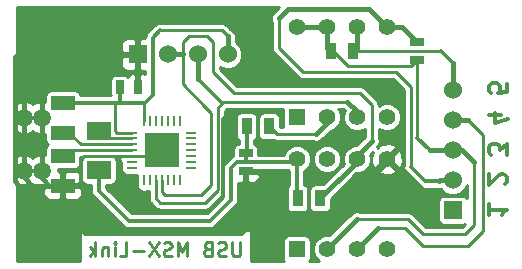
<source format=gbl>
G04 #@! TF.FileFunction,Copper,L2,Bot,Signal*
%FSLAX46Y46*%
G04 Gerber Fmt 4.6, Leading zero omitted, Abs format (unit mm)*
G04 Created by KiCad (PCBNEW (2015-08-11 BZR 6084)-product) date 9/4/2015 12:03:17 PM*
%MOMM*%
G01*
G04 APERTURE LIST*
%ADD10C,0.150000*%
%ADD11C,0.250000*%
%ADD12C,0.300000*%
%ADD13R,2.032000X1.524000*%
%ADD14R,0.635000X1.143000*%
%ADD15R,1.143000X0.635000*%
%ADD16R,1.524000X1.524000*%
%ADD17C,1.524000*%
%ADD18R,0.889000X1.397000*%
%ADD19R,1.397000X1.397000*%
%ADD20C,1.397000*%
%ADD21O,1.000760X0.248920*%
%ADD22O,0.248920X1.000760*%
%ADD23R,2.999740X2.999740*%
%ADD24C,1.099820*%
%ADD25R,1.998980X1.198880*%
%ADD26C,1.501140*%
%ADD27C,0.254000*%
%ADD28C,0.400000*%
%ADD29C,0.350000*%
G04 APERTURE END LIST*
D10*
D11*
X183444358Y-157902357D02*
X183444358Y-158873786D01*
X183387215Y-158988071D01*
X183330072Y-159045214D01*
X183215786Y-159102357D01*
X182987215Y-159102357D01*
X182872929Y-159045214D01*
X182815786Y-158988071D01*
X182758643Y-158873786D01*
X182758643Y-157902357D01*
X182244358Y-159045214D02*
X182072929Y-159102357D01*
X181787215Y-159102357D01*
X181672929Y-159045214D01*
X181615786Y-158988071D01*
X181558643Y-158873786D01*
X181558643Y-158759500D01*
X181615786Y-158645214D01*
X181672929Y-158588071D01*
X181787215Y-158530929D01*
X182015786Y-158473786D01*
X182130072Y-158416643D01*
X182187215Y-158359500D01*
X182244358Y-158245214D01*
X182244358Y-158130929D01*
X182187215Y-158016643D01*
X182130072Y-157959500D01*
X182015786Y-157902357D01*
X181730072Y-157902357D01*
X181558643Y-157959500D01*
X180644358Y-158473786D02*
X180472929Y-158530929D01*
X180415786Y-158588071D01*
X180358643Y-158702357D01*
X180358643Y-158873786D01*
X180415786Y-158988071D01*
X180472929Y-159045214D01*
X180587215Y-159102357D01*
X181044358Y-159102357D01*
X181044358Y-157902357D01*
X180644358Y-157902357D01*
X180530072Y-157959500D01*
X180472929Y-158016643D01*
X180415786Y-158130929D01*
X180415786Y-158245214D01*
X180472929Y-158359500D01*
X180530072Y-158416643D01*
X180644358Y-158473786D01*
X181044358Y-158473786D01*
X178930072Y-159102357D02*
X178930072Y-157902357D01*
X178530072Y-158759500D01*
X178130072Y-157902357D01*
X178130072Y-159102357D01*
X177615786Y-159045214D02*
X177444357Y-159102357D01*
X177158643Y-159102357D01*
X177044357Y-159045214D01*
X176987214Y-158988071D01*
X176930071Y-158873786D01*
X176930071Y-158759500D01*
X176987214Y-158645214D01*
X177044357Y-158588071D01*
X177158643Y-158530929D01*
X177387214Y-158473786D01*
X177501500Y-158416643D01*
X177558643Y-158359500D01*
X177615786Y-158245214D01*
X177615786Y-158130929D01*
X177558643Y-158016643D01*
X177501500Y-157959500D01*
X177387214Y-157902357D01*
X177101500Y-157902357D01*
X176930071Y-157959500D01*
X176530071Y-157902357D02*
X175730071Y-159102357D01*
X175730071Y-157902357D02*
X176530071Y-159102357D01*
X175272929Y-158645214D02*
X174358643Y-158645214D01*
X173215786Y-159102357D02*
X173787215Y-159102357D01*
X173787215Y-157902357D01*
X172815786Y-159102357D02*
X172815786Y-158302357D01*
X172815786Y-157902357D02*
X172872929Y-157959500D01*
X172815786Y-158016643D01*
X172758643Y-157959500D01*
X172815786Y-157902357D01*
X172815786Y-158016643D01*
X172244357Y-158302357D02*
X172244357Y-159102357D01*
X172244357Y-158416643D02*
X172187214Y-158359500D01*
X172072928Y-158302357D01*
X171901500Y-158302357D01*
X171787214Y-158359500D01*
X171730071Y-158473786D01*
X171730071Y-159102357D01*
X171158643Y-159102357D02*
X171158643Y-157902357D01*
X171044357Y-158645214D02*
X170701500Y-159102357D01*
X170701500Y-158302357D02*
X171158643Y-158759500D01*
D12*
X204489929Y-154701284D02*
X204489929Y-155558427D01*
X204489929Y-155129855D02*
X205989929Y-155129855D01*
X205775643Y-155272712D01*
X205632786Y-155415570D01*
X205561357Y-155558427D01*
X205847071Y-152986999D02*
X205918500Y-152915570D01*
X205989929Y-152772713D01*
X205989929Y-152415570D01*
X205918500Y-152272713D01*
X205847071Y-152201284D01*
X205704214Y-152129856D01*
X205561357Y-152129856D01*
X205347071Y-152201284D01*
X204489929Y-153058427D01*
X204489929Y-152129856D01*
X205989929Y-150486999D02*
X205989929Y-149558428D01*
X205418500Y-150058428D01*
X205418500Y-149844142D01*
X205347071Y-149701285D01*
X205275643Y-149629856D01*
X205132786Y-149558428D01*
X204775643Y-149558428D01*
X204632786Y-149629856D01*
X204561357Y-149701285D01*
X204489929Y-149844142D01*
X204489929Y-150272714D01*
X204561357Y-150415571D01*
X204632786Y-150486999D01*
X205489929Y-147129857D02*
X204489929Y-147129857D01*
X206061357Y-147487000D02*
X204989929Y-147844143D01*
X204989929Y-146915571D01*
X205989929Y-144487000D02*
X205989929Y-145201286D01*
X205275643Y-145272715D01*
X205347071Y-145201286D01*
X205418500Y-145058429D01*
X205418500Y-144701286D01*
X205347071Y-144558429D01*
X205275643Y-144487000D01*
X205132786Y-144415572D01*
X204775643Y-144415572D01*
X204632786Y-144487000D01*
X204561357Y-144558429D01*
X204489929Y-144701286D01*
X204489929Y-145058429D01*
X204561357Y-145201286D01*
X204632786Y-145272715D01*
D13*
X171450000Y-148463000D03*
X171450000Y-151765000D03*
D14*
X173228000Y-144780000D03*
X174752000Y-144780000D03*
D15*
X198374000Y-142494000D03*
X198374000Y-140970000D03*
X183896000Y-150368000D03*
X183896000Y-151892000D03*
D16*
X201422000Y-155194000D03*
D17*
X201422000Y-152654000D03*
X201422000Y-150114000D03*
X201422000Y-147574000D03*
X201422000Y-145034000D03*
D16*
X174752000Y-141986000D03*
D17*
X177292000Y-141986000D03*
X179832000Y-141986000D03*
X182372000Y-141986000D03*
D18*
X183959500Y-148082000D03*
X185864500Y-148082000D03*
X191071500Y-141732000D03*
X192976500Y-141732000D03*
X188277500Y-154178000D03*
X190182500Y-154178000D03*
D19*
X188214000Y-147320000D03*
D20*
X190754000Y-147320000D03*
X193294000Y-147320000D03*
X195834000Y-147320000D03*
X195834000Y-139700000D03*
X193294000Y-139700000D03*
X190754000Y-139700000D03*
X188214000Y-139700000D03*
D19*
X188214000Y-158496000D03*
D20*
X190754000Y-158496000D03*
X193294000Y-158496000D03*
X195834000Y-158496000D03*
X195834000Y-150876000D03*
X193294000Y-150876000D03*
X190754000Y-150876000D03*
X188214000Y-150876000D03*
D21*
X174284640Y-151615140D03*
X174284640Y-151114760D03*
X174284640Y-150614380D03*
X174284640Y-150114000D03*
X174284640Y-149613620D03*
X174284640Y-149113240D03*
X174284640Y-148612860D03*
D22*
X175282860Y-147614640D03*
X175783240Y-147614640D03*
X176283620Y-147614640D03*
X176784000Y-147614640D03*
X177284380Y-147614640D03*
X177784760Y-147614640D03*
X178285140Y-147614640D03*
D21*
X179283360Y-148612860D03*
X179283360Y-149113240D03*
X179283360Y-149613620D03*
X179283360Y-150114000D03*
X179283360Y-150614380D03*
X179283360Y-151114760D03*
X179283360Y-151615140D03*
D22*
X178285140Y-152613360D03*
X177784760Y-152613360D03*
X177284380Y-152613360D03*
X176784000Y-152613360D03*
X176283620Y-152613360D03*
X175783240Y-152613360D03*
X175282860Y-152613360D03*
D23*
X176784000Y-150114000D03*
D24*
X177546000Y-149352000D03*
X176784000Y-150114000D03*
X176022000Y-150876000D03*
X176022000Y-149352000D03*
X177546000Y-150876000D03*
D25*
X168399460Y-146108420D03*
X168399460Y-148607780D03*
X168399460Y-150609300D03*
X168399460Y-153108660D03*
D26*
X165100000Y-151856440D03*
X166601140Y-151856440D03*
X165100000Y-147355560D03*
X166601140Y-147355560D03*
D27*
X197866000Y-150368000D02*
X197866000Y-151511000D01*
X196596000Y-143510000D02*
X197866000Y-144780000D01*
X197866000Y-144780000D02*
X197866000Y-150368000D01*
X188214000Y-143002000D02*
X188722000Y-143510000D01*
X188214000Y-143002000D02*
X186690000Y-141478000D01*
D28*
X195834000Y-139700000D02*
X194310000Y-138176000D01*
X187452000Y-138176000D02*
X194310000Y-138176000D01*
X186690000Y-138938000D02*
X187452000Y-138176000D01*
D27*
X186690000Y-141478000D02*
X186690000Y-138938000D01*
X188722000Y-143510000D02*
X195072000Y-143510000D01*
X195072000Y-143510000D02*
X196596000Y-143510000D01*
D28*
X200342500Y-152654000D02*
X201422000Y-152654000D01*
X200279000Y-152717500D02*
X200342500Y-152654000D01*
D29*
X199072500Y-152717500D02*
X200279000Y-152717500D01*
D12*
X197866000Y-151511000D02*
X199072500Y-152717500D01*
D28*
X195834000Y-139700000D02*
X197104000Y-139700000D01*
X197104000Y-139700000D02*
X198374000Y-140970000D01*
D27*
X198374000Y-147574000D02*
X198374000Y-149034500D01*
X198374000Y-142494000D02*
X198374000Y-147574000D01*
D28*
X199453500Y-150114000D02*
X201422000Y-150114000D01*
D12*
X198374000Y-149034500D02*
X199453500Y-150114000D01*
D27*
X201422000Y-150114000D02*
X200914000Y-150114000D01*
X191071500Y-141732000D02*
X191262000Y-141732000D01*
X191262000Y-141732000D02*
X192532000Y-143002000D01*
X192532000Y-143002000D02*
X197866000Y-143002000D01*
X197866000Y-143002000D02*
X198374000Y-142494000D01*
D28*
X190754000Y-139700000D02*
X190754000Y-141414500D01*
D27*
X190754000Y-141414500D02*
X191071500Y-141732000D01*
X201422000Y-150114000D02*
X202184000Y-150114000D01*
D28*
X202184000Y-150114000D02*
X203200000Y-151130000D01*
D27*
X203200000Y-151130000D02*
X203200000Y-156464000D01*
X203200000Y-156464000D02*
X202438000Y-157226000D01*
X202438000Y-157226000D02*
X198882000Y-157226000D01*
X198882000Y-157226000D02*
X197612000Y-155956000D01*
X197612000Y-155956000D02*
X193294000Y-155956000D01*
D28*
X193294000Y-155956000D02*
X190754000Y-158496000D01*
X188214000Y-139700000D02*
X190754000Y-139700000D01*
X201422000Y-147574000D02*
X202692000Y-147574000D01*
X195072000Y-156718000D02*
X193294000Y-158496000D01*
D27*
X197358000Y-156718000D02*
X195072000Y-156718000D01*
X198882000Y-158242000D02*
X197358000Y-156718000D01*
X202692000Y-158242000D02*
X198882000Y-158242000D01*
X203962000Y-156972000D02*
X202692000Y-158242000D01*
X203962000Y-148844000D02*
X203962000Y-156972000D01*
X202692000Y-147574000D02*
X203962000Y-148844000D01*
X192976500Y-141732000D02*
X200406000Y-141732000D01*
D28*
X201422000Y-142748000D02*
X201422000Y-145034000D01*
D12*
X200406000Y-141732000D02*
X201422000Y-142748000D01*
D28*
X193294000Y-139700000D02*
X193294000Y-141414500D01*
D27*
X193294000Y-141414500D02*
X192976500Y-141732000D01*
X183134000Y-145288000D02*
X182880000Y-145288000D01*
X182118000Y-144526000D02*
X181102000Y-143510000D01*
X180594000Y-140462000D02*
X179070000Y-140462000D01*
X181102000Y-143510000D02*
X181102000Y-140970000D01*
X181102000Y-140970000D02*
X180594000Y-140462000D01*
D28*
X193294000Y-150622000D02*
X194564000Y-149352000D01*
D27*
X194564000Y-149352000D02*
X194564000Y-146304000D01*
X194564000Y-146304000D02*
X193548000Y-145288000D01*
X193548000Y-145288000D02*
X183896000Y-145288000D01*
X193294000Y-150876000D02*
X193294000Y-150622000D01*
X183896000Y-145288000D02*
X183134000Y-145288000D01*
X178562000Y-140970000D02*
X178562000Y-141986000D01*
X179070000Y-140462000D02*
X178562000Y-140970000D01*
X182880000Y-145288000D02*
X182118000Y-144526000D01*
X180467000Y-153543000D02*
X180975000Y-153035000D01*
X180975000Y-153035000D02*
X180975000Y-146939000D01*
X180975000Y-146939000D02*
X180467000Y-146431000D01*
X178562000Y-144272000D02*
X178562000Y-144526000D01*
X176784000Y-153670000D02*
X177038000Y-153924000D01*
X177038000Y-153924000D02*
X180086000Y-153924000D01*
X176784000Y-153670000D02*
X176784000Y-152613360D01*
X178562000Y-141986000D02*
X178562000Y-144272000D01*
X180467000Y-153543000D02*
X180086000Y-153924000D01*
X178562000Y-144526000D02*
X180467000Y-146431000D01*
D28*
X177292000Y-141986000D02*
X178562000Y-141986000D01*
D27*
X193294000Y-150876000D02*
X193294000Y-151066500D01*
D28*
X193294000Y-151066500D02*
X190182500Y-154178000D01*
X179832000Y-141986000D02*
X179832000Y-144081500D01*
D27*
X179832000Y-144081500D02*
X181895750Y-146145250D01*
X193294000Y-147320000D02*
X193294000Y-146812000D01*
X176283620Y-154185620D02*
X176657000Y-154559000D01*
X176657000Y-154559000D02*
X177038000Y-154559000D01*
X180467000Y-154559000D02*
X177038000Y-154559000D01*
X176283620Y-154185620D02*
X176283620Y-152613360D01*
X181513998Y-153512002D02*
X180467000Y-154559000D01*
X181513998Y-153512002D02*
X181513998Y-146527002D01*
X182054500Y-145986500D02*
X181895750Y-146145250D01*
X181895750Y-146145250D02*
X181513998Y-146527002D01*
X192468500Y-145986500D02*
X182054500Y-145986500D01*
D28*
X193294000Y-146812000D02*
X192468500Y-145986500D01*
D27*
X174284640Y-148612860D02*
X172996860Y-148612860D01*
X172847000Y-148463000D02*
X172847000Y-146108420D01*
X172996860Y-148612860D02*
X172847000Y-148463000D01*
D29*
X173228000Y-146108420D02*
X173228000Y-144780000D01*
X168399460Y-146108420D02*
X172847000Y-146108420D01*
X172847000Y-146108420D02*
X173228000Y-146108420D01*
X173228000Y-146108420D02*
X175374300Y-146108420D01*
X175374300Y-146108420D02*
X175282860Y-146199860D01*
D28*
X182372000Y-141986000D02*
X182372000Y-140462000D01*
D29*
X176022000Y-145460720D02*
X175282860Y-146199860D01*
X176022000Y-140589000D02*
X176022000Y-145460720D01*
X176657000Y-139954000D02*
X176022000Y-140589000D01*
D27*
X181864000Y-139954000D02*
X176657000Y-139954000D01*
X182372000Y-140462000D02*
X181864000Y-139954000D01*
X175282860Y-147614640D02*
X175282860Y-146199860D01*
D29*
X183896000Y-151130000D02*
X183896000Y-150368000D01*
X183959500Y-148082000D02*
X183959500Y-150304500D01*
X183959500Y-150304500D02*
X183896000Y-150368000D01*
X182626000Y-153924000D02*
X182626000Y-151638000D01*
X171450000Y-153543000D02*
X173990000Y-156083000D01*
X173990000Y-156083000D02*
X180848000Y-156083000D01*
X180848000Y-156083000D02*
X182626000Y-154305000D01*
X182626000Y-154305000D02*
X182626000Y-153924000D01*
X183896000Y-151130000D02*
X183134000Y-151130000D01*
X171450000Y-153543000D02*
X171450000Y-151765000D01*
X182626000Y-151638000D02*
X183134000Y-151130000D01*
D27*
X183959500Y-151066500D02*
X183896000Y-151130000D01*
D29*
X183896000Y-151130000D02*
X187960000Y-151130000D01*
D27*
X187960000Y-151130000D02*
X188214000Y-150876000D01*
D29*
X188214000Y-150876000D02*
X188214000Y-154114500D01*
D27*
X188214000Y-154114500D02*
X188277500Y-154178000D01*
X174284640Y-150614380D02*
X176283620Y-150614380D01*
X176283620Y-150614380D02*
X176784000Y-150114000D01*
D28*
X183896000Y-156210000D02*
X184404000Y-156210000D01*
X184404000Y-156210000D02*
X189230000Y-156210000D01*
X183896000Y-155702000D02*
X183896000Y-156210000D01*
X183896000Y-156210000D02*
X183896000Y-156718000D01*
X183896000Y-152717500D02*
X183896000Y-155702000D01*
X168399460Y-155191460D02*
X170307000Y-157099000D01*
X170307000Y-157099000D02*
X183515000Y-157099000D01*
X168399460Y-155191460D02*
X168399460Y-153108660D01*
X183896000Y-156718000D02*
X183515000Y-157099000D01*
X166601140Y-151856440D02*
X166601140Y-152440640D01*
X166601140Y-152440640D02*
X167269160Y-153108660D01*
X165100000Y-151856440D02*
X165100000Y-152400000D01*
X165100000Y-152400000D02*
X165808660Y-153108660D01*
X165100000Y-147355560D02*
X165100000Y-142811500D01*
X165100000Y-142811500D02*
X168910000Y-139001500D01*
X166601140Y-147355560D02*
X166601140Y-142643860D01*
X166601140Y-142643860D02*
X170243500Y-139001500D01*
X164401500Y-149669500D02*
X166601140Y-149669500D01*
X166624000Y-149606000D02*
X166601140Y-149606000D01*
X166624000Y-149646640D02*
X166624000Y-149606000D01*
X166601140Y-149669500D02*
X166624000Y-149646640D01*
X164338000Y-149669500D02*
X164401500Y-149669500D01*
X164401500Y-149669500D02*
X164909500Y-149669500D01*
X164909500Y-149669500D02*
X165100000Y-149479000D01*
X165100000Y-147355560D02*
X165100000Y-149479000D01*
X165100000Y-149479000D02*
X165100000Y-151856440D01*
X166601140Y-147355560D02*
X166601140Y-149606000D01*
X166601140Y-149606000D02*
X166601140Y-151856440D01*
X168399460Y-153108660D02*
X167269160Y-153108660D01*
X167269160Y-153108660D02*
X165808660Y-153108660D01*
X165808660Y-153108660D02*
X164729160Y-153108660D01*
X164729160Y-153108660D02*
X164338000Y-152717500D01*
X164338000Y-152717500D02*
X164338000Y-149669500D01*
X167513000Y-139001500D02*
X168910000Y-139001500D01*
X164338000Y-142176500D02*
X167513000Y-139001500D01*
X164338000Y-149669500D02*
X164338000Y-142176500D01*
X168910000Y-139001500D02*
X170243500Y-139001500D01*
X170243500Y-139001500D02*
X176593500Y-139001500D01*
X183896000Y-152717500D02*
X183896000Y-151892000D01*
D12*
X181991000Y-154051000D02*
X181991000Y-147447000D01*
X181991000Y-147447000D02*
X182689500Y-146748500D01*
X182689500Y-146748500D02*
X184467500Y-146748500D01*
X184467500Y-146748500D02*
X184912000Y-147193000D01*
X184912000Y-147193000D02*
X184912000Y-147574000D01*
D29*
X180467000Y-155321000D02*
X180721000Y-155321000D01*
X189230000Y-152146000D02*
X189484000Y-151892000D01*
X189484000Y-151892000D02*
X189484000Y-149860000D01*
X189484000Y-149860000D02*
X189230000Y-149606000D01*
X189230000Y-149606000D02*
X187452000Y-149606000D01*
X187452000Y-149606000D02*
X186690000Y-150368000D01*
X186690000Y-150368000D02*
X185420000Y-150368000D01*
X185420000Y-150368000D02*
X184912000Y-149860000D01*
X184912000Y-149860000D02*
X184912000Y-147574000D01*
X189230000Y-152146000D02*
X189230000Y-156210000D01*
X174625000Y-155321000D02*
X173101000Y-153797000D01*
X180467000Y-155321000D02*
X174625000Y-155321000D01*
D27*
X173101000Y-150614380D02*
X173101000Y-153797000D01*
D12*
X180721000Y-155321000D02*
X181991000Y-154051000D01*
D29*
X176593500Y-139001500D02*
X182435500Y-139001500D01*
X182435500Y-139001500D02*
X183261000Y-139827000D01*
X184023000Y-140589000D02*
X183261000Y-139827000D01*
X196088000Y-144526000D02*
X197231000Y-145669000D01*
X197231000Y-145669000D02*
X197231000Y-149479000D01*
X197231000Y-149479000D02*
X195834000Y-150876000D01*
X187960000Y-144526000D02*
X194564000Y-144526000D01*
X184023000Y-140589000D02*
X187960000Y-144526000D01*
X194564000Y-144526000D02*
X196088000Y-144526000D01*
X174752000Y-140843000D02*
X174752000Y-141986000D01*
X176593500Y-139001500D02*
X175768000Y-139827000D01*
X174752000Y-140843000D02*
X175768000Y-139827000D01*
X176530000Y-139065000D02*
X176593500Y-139001500D01*
X174752000Y-141986000D02*
X174752000Y-144780000D01*
D27*
X173101000Y-150614380D02*
X173101000Y-150622000D01*
X173101000Y-150622000D02*
X173101000Y-150614380D01*
D29*
X183896000Y-152654000D02*
X183896000Y-152717500D01*
D27*
X174284640Y-150614380D02*
X173101000Y-150614380D01*
X173101000Y-150614380D02*
X170187620Y-150614380D01*
D29*
X169598340Y-153108660D02*
X168399460Y-153108660D01*
X169926000Y-152781000D02*
X169598340Y-153108660D01*
X169926000Y-150876000D02*
X169926000Y-152781000D01*
D27*
X170187620Y-150614380D02*
X169926000Y-150876000D01*
D28*
X195834000Y-151130000D02*
X190754000Y-156210000D01*
X190754000Y-156210000D02*
X189230000Y-156210000D01*
D27*
X195834000Y-151130000D02*
X195834000Y-150876000D01*
X174284640Y-150114000D02*
X168894760Y-150114000D01*
X168894760Y-150114000D02*
X168399460Y-150609300D01*
X174284640Y-149113240D02*
X172100240Y-149113240D01*
X172100240Y-149113240D02*
X171450000Y-148463000D01*
X170307000Y-149613620D02*
X169933620Y-149613620D01*
X168927780Y-148607780D02*
X168399460Y-148607780D01*
X169933620Y-149613620D02*
X168927780Y-148607780D01*
X172092620Y-149613620D02*
X170307000Y-149613620D01*
X170307000Y-149613620D02*
X170314620Y-149613620D01*
X174284640Y-149613620D02*
X172092620Y-149613620D01*
X190754000Y-147320000D02*
X190754000Y-147828000D01*
X186499500Y-148717000D02*
X185864500Y-148082000D01*
X189865000Y-148717000D02*
X186499500Y-148717000D01*
D28*
X190754000Y-147828000D02*
X189865000Y-148717000D01*
D27*
G36*
X186211289Y-138459289D02*
X186064534Y-138678924D01*
X186013000Y-138938000D01*
X186064534Y-139197076D01*
X186086000Y-139229202D01*
X186086000Y-141478000D01*
X186131977Y-141709141D01*
X186254969Y-141893211D01*
X186262908Y-141905092D01*
X187786907Y-143429092D01*
X187786910Y-143429094D01*
X188294907Y-143937092D01*
X188436550Y-144031735D01*
X188490859Y-144068023D01*
X188722000Y-144114000D01*
X196345816Y-144114000D01*
X197262000Y-145030185D01*
X197262000Y-151395373D01*
X197239000Y-151511000D01*
X197286728Y-151750942D01*
X197422644Y-151954356D01*
X198540272Y-153071984D01*
X198611466Y-153178534D01*
X198822990Y-153319869D01*
X199072500Y-153369500D01*
X200153318Y-153369500D01*
X200279000Y-153394500D01*
X200388736Y-153372672D01*
X200719247Y-153703760D01*
X201174467Y-153892784D01*
X201667371Y-153893214D01*
X202122920Y-153704985D01*
X202471760Y-153356753D01*
X202596000Y-153057550D01*
X202596000Y-154191390D01*
X202532615Y-154092887D01*
X202373215Y-153983973D01*
X202184000Y-153945656D01*
X200660000Y-153945656D01*
X200483235Y-153978917D01*
X200320887Y-154083385D01*
X200211973Y-154242785D01*
X200173656Y-154432000D01*
X200173656Y-155956000D01*
X200206917Y-156132765D01*
X200311385Y-156295113D01*
X200470785Y-156404027D01*
X200660000Y-156442344D01*
X202184000Y-156442344D01*
X202360765Y-156409083D01*
X202472870Y-156336946D01*
X202187816Y-156622000D01*
X199132185Y-156622000D01*
X198039092Y-155528908D01*
X197843141Y-155397977D01*
X197612000Y-155352000D01*
X193585202Y-155352000D01*
X193553076Y-155330534D01*
X193294000Y-155279001D01*
X193034924Y-155330534D01*
X192815288Y-155477289D01*
X190971888Y-157320690D01*
X190521204Y-157320297D01*
X190089003Y-157498879D01*
X189758041Y-157829264D01*
X189578705Y-158261153D01*
X189578297Y-158728796D01*
X189756879Y-159160997D01*
X190087264Y-159491959D01*
X190089771Y-159493000D01*
X189285855Y-159493000D01*
X189360527Y-159383715D01*
X189398844Y-159194500D01*
X189398844Y-157797500D01*
X189365583Y-157620735D01*
X189261115Y-157458387D01*
X189101715Y-157349473D01*
X188912500Y-157311156D01*
X187515500Y-157311156D01*
X187338735Y-157344417D01*
X187176387Y-157448885D01*
X187067473Y-157608285D01*
X187029156Y-157797500D01*
X187029156Y-159194500D01*
X187062417Y-159371265D01*
X187140751Y-159493000D01*
X184332072Y-159493000D01*
X184332072Y-156867500D01*
X169870928Y-156867500D01*
X169870928Y-159493000D01*
X164484000Y-159493000D01*
X164484000Y-153107906D01*
X164895034Y-153254207D01*
X165445538Y-153226245D01*
X165824265Y-153069371D01*
X165850570Y-152976225D01*
X165876875Y-153069371D01*
X166396174Y-153254207D01*
X166764970Y-153235475D01*
X166764970Y-153235662D01*
X166923718Y-153235662D01*
X166764970Y-153394410D01*
X166764970Y-153834410D01*
X166861643Y-154067799D01*
X167040272Y-154246427D01*
X167273661Y-154343100D01*
X168113710Y-154343100D01*
X168272460Y-154184350D01*
X168272460Y-153235660D01*
X168526460Y-153235660D01*
X168526460Y-154184350D01*
X168685210Y-154343100D01*
X169525259Y-154343100D01*
X169758648Y-154246427D01*
X169937277Y-154067799D01*
X170033950Y-153834410D01*
X170033950Y-153394410D01*
X169875200Y-153235660D01*
X168526460Y-153235660D01*
X168272460Y-153235660D01*
X168252460Y-153235660D01*
X168252460Y-152981660D01*
X168272460Y-152981660D01*
X168272460Y-152032970D01*
X168113710Y-151874220D01*
X167989399Y-151874220D01*
X167980300Y-151695084D01*
X169398950Y-151695084D01*
X169575715Y-151661823D01*
X169738063Y-151557355D01*
X169846977Y-151397955D01*
X169885294Y-151208740D01*
X169885294Y-150718000D01*
X170051420Y-150718000D01*
X169985973Y-150813785D01*
X169947656Y-151003000D01*
X169947656Y-152174578D01*
X169937277Y-152149521D01*
X169758648Y-151970893D01*
X169525259Y-151874220D01*
X168685210Y-151874220D01*
X168526460Y-152032970D01*
X168526460Y-152981660D01*
X169875200Y-152981660D01*
X170033950Y-152822910D01*
X170033950Y-152786181D01*
X170085385Y-152866113D01*
X170244785Y-152975027D01*
X170434000Y-153013344D01*
X170798000Y-153013344D01*
X170798000Y-153542995D01*
X170797999Y-153543000D01*
X170829977Y-153703760D01*
X170847631Y-153792510D01*
X170975562Y-153983973D01*
X170988966Y-154004034D01*
X173528964Y-156544031D01*
X173528966Y-156544034D01*
X173740490Y-156685369D01*
X173990000Y-156735000D01*
X180847995Y-156735000D01*
X180848000Y-156735001D01*
X181056113Y-156693604D01*
X181097510Y-156685369D01*
X181309034Y-156544034D01*
X181309035Y-156544033D01*
X183087031Y-154766036D01*
X183087034Y-154766034D01*
X183214010Y-154576000D01*
X183228370Y-154554509D01*
X183278001Y-154305000D01*
X183278000Y-154304995D01*
X183278000Y-152844500D01*
X183610250Y-152844500D01*
X183769000Y-152685750D01*
X183769000Y-152019000D01*
X184023000Y-152019000D01*
X184023000Y-152685750D01*
X184181750Y-152844500D01*
X184593810Y-152844500D01*
X184827199Y-152747827D01*
X185005827Y-152569198D01*
X185102500Y-152335809D01*
X185102500Y-152177750D01*
X184943750Y-152019000D01*
X184023000Y-152019000D01*
X183769000Y-152019000D01*
X183749000Y-152019000D01*
X183749000Y-151782000D01*
X187457462Y-151782000D01*
X187547264Y-151871959D01*
X187562000Y-151878078D01*
X187562000Y-153087056D01*
X187493887Y-153130885D01*
X187384973Y-153290285D01*
X187346656Y-153479500D01*
X187346656Y-154876500D01*
X187379917Y-155053265D01*
X187484385Y-155215613D01*
X187643785Y-155324527D01*
X187833000Y-155362844D01*
X188722000Y-155362844D01*
X188898765Y-155329583D01*
X189061113Y-155225115D01*
X189170027Y-155065715D01*
X189208344Y-154876500D01*
X189208344Y-153479500D01*
X189175083Y-153302735D01*
X189070615Y-153140387D01*
X188911215Y-153031473D01*
X188866000Y-153022317D01*
X188866000Y-151878491D01*
X188878997Y-151873121D01*
X189209959Y-151542736D01*
X189389295Y-151110847D01*
X189389296Y-151108796D01*
X189578297Y-151108796D01*
X189756879Y-151540997D01*
X190087264Y-151871959D01*
X190519153Y-152051295D01*
X190986796Y-152051703D01*
X191418997Y-151873121D01*
X191749959Y-151542736D01*
X191929295Y-151110847D01*
X191929703Y-150643204D01*
X191751121Y-150211003D01*
X191420736Y-149880041D01*
X190988847Y-149700705D01*
X190521204Y-149700297D01*
X190089003Y-149878879D01*
X189758041Y-150209264D01*
X189578705Y-150641153D01*
X189578297Y-151108796D01*
X189389296Y-151108796D01*
X189389703Y-150643204D01*
X189211121Y-150211003D01*
X188880736Y-149880041D01*
X188448847Y-149700705D01*
X187981204Y-149700297D01*
X187549003Y-149878879D01*
X187218041Y-150209264D01*
X187106452Y-150478000D01*
X184953844Y-150478000D01*
X184953844Y-150050500D01*
X184920583Y-149873735D01*
X184816115Y-149711387D01*
X184656715Y-149602473D01*
X184611500Y-149593317D01*
X184611500Y-149213806D01*
X184743113Y-149129115D01*
X184852027Y-148969715D01*
X184890344Y-148780500D01*
X184890344Y-147383500D01*
X184857083Y-147206735D01*
X184752615Y-147044387D01*
X184593215Y-146935473D01*
X184404000Y-146897156D01*
X183515000Y-146897156D01*
X183338235Y-146930417D01*
X183175887Y-147034885D01*
X183066973Y-147194285D01*
X183028656Y-147383500D01*
X183028656Y-148780500D01*
X183061917Y-148957265D01*
X183166385Y-149119613D01*
X183307500Y-149216033D01*
X183307500Y-149567355D01*
X183147735Y-149597417D01*
X182985387Y-149701885D01*
X182876473Y-149861285D01*
X182838156Y-150050500D01*
X182838156Y-150558590D01*
X182672966Y-150668966D01*
X182672964Y-150668969D01*
X182164966Y-151176966D01*
X182117998Y-151247259D01*
X182117998Y-146777186D01*
X182304685Y-146590500D01*
X187035434Y-146590500D01*
X187029156Y-146621500D01*
X187029156Y-148018500D01*
X187046938Y-148113000D01*
X186795344Y-148113000D01*
X186795344Y-147383500D01*
X186762083Y-147206735D01*
X186657615Y-147044387D01*
X186498215Y-146935473D01*
X186309000Y-146897156D01*
X185420000Y-146897156D01*
X185243235Y-146930417D01*
X185080887Y-147034885D01*
X184971973Y-147194285D01*
X184933656Y-147383500D01*
X184933656Y-148780500D01*
X184966917Y-148957265D01*
X185071385Y-149119613D01*
X185230785Y-149228527D01*
X185420000Y-149266844D01*
X186256118Y-149266844D01*
X186268359Y-149275023D01*
X186499500Y-149321000D01*
X189573798Y-149321000D01*
X189605924Y-149342466D01*
X189865000Y-149394000D01*
X190124076Y-149342466D01*
X190343711Y-149195711D01*
X191083800Y-148455622D01*
X191418997Y-148317121D01*
X191749959Y-147986736D01*
X191929295Y-147554847D01*
X191929703Y-147087204D01*
X191751121Y-146655003D01*
X191686730Y-146590500D01*
X192115078Y-146590500D01*
X192262774Y-146738196D01*
X192118705Y-147085153D01*
X192118297Y-147552796D01*
X192296879Y-147984997D01*
X192627264Y-148315959D01*
X193059153Y-148495295D01*
X193526796Y-148495703D01*
X193958997Y-148317121D01*
X193960000Y-148316120D01*
X193960000Y-148998578D01*
X193258109Y-149700469D01*
X193061204Y-149700297D01*
X192629003Y-149878879D01*
X192298041Y-150209264D01*
X192118705Y-150641153D01*
X192118297Y-151108796D01*
X192169752Y-151233326D01*
X190409922Y-152993156D01*
X189738000Y-152993156D01*
X189561235Y-153026417D01*
X189398887Y-153130885D01*
X189289973Y-153290285D01*
X189251656Y-153479500D01*
X189251656Y-154876500D01*
X189284917Y-155053265D01*
X189389385Y-155215613D01*
X189548785Y-155324527D01*
X189738000Y-155362844D01*
X190627000Y-155362844D01*
X190803765Y-155329583D01*
X190966113Y-155225115D01*
X191075027Y-155065715D01*
X191113344Y-154876500D01*
X191113344Y-154204578D01*
X193266447Y-152051476D01*
X193526796Y-152051703D01*
X193958997Y-151873121D01*
X194022039Y-151810188D01*
X195079417Y-151810188D01*
X195141071Y-152045800D01*
X195641480Y-152221927D01*
X196171199Y-152193148D01*
X196526929Y-152045800D01*
X196588583Y-151810188D01*
X195834000Y-151055605D01*
X195079417Y-151810188D01*
X194022039Y-151810188D01*
X194289959Y-151542736D01*
X194469295Y-151110847D01*
X194469703Y-150643204D01*
X194399682Y-150473740D01*
X194649997Y-150223425D01*
X194488073Y-150683480D01*
X194516852Y-151213199D01*
X194664200Y-151568929D01*
X194899812Y-151630583D01*
X195654395Y-150876000D01*
X196013605Y-150876000D01*
X196768188Y-151630583D01*
X197003800Y-151568929D01*
X197179927Y-151068520D01*
X197151148Y-150538801D01*
X197003800Y-150183071D01*
X196768188Y-150121417D01*
X196013605Y-150876000D01*
X195654395Y-150876000D01*
X195640253Y-150861858D01*
X195819858Y-150682253D01*
X195834000Y-150696395D01*
X196588583Y-149941812D01*
X196526929Y-149706200D01*
X196026520Y-149530073D01*
X195496801Y-149558852D01*
X195141071Y-149706200D01*
X195079418Y-149941810D01*
X195005515Y-149867907D01*
X195042711Y-149830711D01*
X195189466Y-149611076D01*
X195240999Y-149352000D01*
X195189466Y-149092924D01*
X195168000Y-149060798D01*
X195168000Y-148316265D01*
X195599153Y-148495295D01*
X196066796Y-148495703D01*
X196498997Y-148317121D01*
X196829959Y-147986736D01*
X197009295Y-147554847D01*
X197009703Y-147087204D01*
X196831121Y-146655003D01*
X196500736Y-146324041D01*
X196068847Y-146144705D01*
X195601204Y-146144297D01*
X195169003Y-146322879D01*
X195168000Y-146323880D01*
X195168000Y-146304000D01*
X195122023Y-146072859D01*
X195069580Y-145994372D01*
X194991093Y-145876908D01*
X193975092Y-144860908D01*
X193971264Y-144858350D01*
X193779141Y-144729977D01*
X193548000Y-144684000D01*
X183130185Y-144684000D01*
X182545095Y-144098911D01*
X182545093Y-144098908D01*
X181706000Y-143259816D01*
X181706000Y-143051021D01*
X182124467Y-143224784D01*
X182617371Y-143225214D01*
X183072920Y-143036985D01*
X183421760Y-142688753D01*
X183610784Y-142233533D01*
X183611214Y-141740629D01*
X183422985Y-141285080D01*
X183074753Y-140936240D01*
X183049000Y-140925546D01*
X183049000Y-140462000D01*
X182997466Y-140202923D01*
X182850711Y-139983289D01*
X182631077Y-139836534D01*
X182593180Y-139828996D01*
X182291092Y-139526908D01*
X182201739Y-139467204D01*
X182095141Y-139395977D01*
X181864000Y-139350000D01*
X176898315Y-139350000D01*
X176657000Y-139301999D01*
X176407491Y-139351630D01*
X176195967Y-139492966D01*
X175560966Y-140127966D01*
X175419631Y-140339490D01*
X175419631Y-140339491D01*
X175369999Y-140589000D01*
X175037750Y-140589000D01*
X174879000Y-140747750D01*
X174879000Y-141859000D01*
X174899000Y-141859000D01*
X174899000Y-142113000D01*
X174879000Y-142113000D01*
X174879000Y-143224250D01*
X175037750Y-143383000D01*
X175370000Y-143383000D01*
X175370000Y-143645652D01*
X175195809Y-143573500D01*
X175037750Y-143573500D01*
X174879000Y-143732250D01*
X174879000Y-144653000D01*
X174899000Y-144653000D01*
X174899000Y-144907000D01*
X174879000Y-144907000D01*
X174879000Y-144927000D01*
X174625000Y-144927000D01*
X174625000Y-144907000D01*
X174605000Y-144907000D01*
X174605000Y-144653000D01*
X174625000Y-144653000D01*
X174625000Y-143732250D01*
X174466250Y-143573500D01*
X174308191Y-143573500D01*
X174074802Y-143670173D01*
X173896173Y-143848801D01*
X173889073Y-143865942D01*
X173734715Y-143760473D01*
X173545500Y-143722156D01*
X172910500Y-143722156D01*
X172733735Y-143755417D01*
X172571387Y-143859885D01*
X172462473Y-144019285D01*
X172424156Y-144208500D01*
X172424156Y-145351500D01*
X172443898Y-145456420D01*
X169875404Y-145456420D01*
X169852033Y-145332215D01*
X169747565Y-145169867D01*
X169588165Y-145060953D01*
X169398950Y-145022636D01*
X167399970Y-145022636D01*
X167223205Y-145055897D01*
X167060857Y-145160365D01*
X166951943Y-145319765D01*
X166913626Y-145508980D01*
X166913626Y-145996063D01*
X166806106Y-145957793D01*
X166255602Y-145985755D01*
X165876875Y-146142629D01*
X165850570Y-146235775D01*
X165824265Y-146142629D01*
X165304966Y-145957793D01*
X164754462Y-145985755D01*
X164484000Y-146097784D01*
X164484000Y-142271750D01*
X173355000Y-142271750D01*
X173355000Y-142874310D01*
X173451673Y-143107699D01*
X173630302Y-143286327D01*
X173863691Y-143383000D01*
X174466250Y-143383000D01*
X174625000Y-143224250D01*
X174625000Y-142113000D01*
X173513750Y-142113000D01*
X173355000Y-142271750D01*
X164484000Y-142271750D01*
X164484000Y-141097690D01*
X173355000Y-141097690D01*
X173355000Y-141700250D01*
X173513750Y-141859000D01*
X174625000Y-141859000D01*
X174625000Y-140747750D01*
X174466250Y-140589000D01*
X173863691Y-140589000D01*
X173630302Y-140685673D01*
X173451673Y-140864301D01*
X173355000Y-141097690D01*
X164484000Y-141097690D01*
X164484000Y-138004500D01*
X186666078Y-138004500D01*
X186211289Y-138459289D01*
X186211289Y-138459289D01*
G37*
X186211289Y-138459289D02*
X186064534Y-138678924D01*
X186013000Y-138938000D01*
X186064534Y-139197076D01*
X186086000Y-139229202D01*
X186086000Y-141478000D01*
X186131977Y-141709141D01*
X186254969Y-141893211D01*
X186262908Y-141905092D01*
X187786907Y-143429092D01*
X187786910Y-143429094D01*
X188294907Y-143937092D01*
X188436550Y-144031735D01*
X188490859Y-144068023D01*
X188722000Y-144114000D01*
X196345816Y-144114000D01*
X197262000Y-145030185D01*
X197262000Y-151395373D01*
X197239000Y-151511000D01*
X197286728Y-151750942D01*
X197422644Y-151954356D01*
X198540272Y-153071984D01*
X198611466Y-153178534D01*
X198822990Y-153319869D01*
X199072500Y-153369500D01*
X200153318Y-153369500D01*
X200279000Y-153394500D01*
X200388736Y-153372672D01*
X200719247Y-153703760D01*
X201174467Y-153892784D01*
X201667371Y-153893214D01*
X202122920Y-153704985D01*
X202471760Y-153356753D01*
X202596000Y-153057550D01*
X202596000Y-154191390D01*
X202532615Y-154092887D01*
X202373215Y-153983973D01*
X202184000Y-153945656D01*
X200660000Y-153945656D01*
X200483235Y-153978917D01*
X200320887Y-154083385D01*
X200211973Y-154242785D01*
X200173656Y-154432000D01*
X200173656Y-155956000D01*
X200206917Y-156132765D01*
X200311385Y-156295113D01*
X200470785Y-156404027D01*
X200660000Y-156442344D01*
X202184000Y-156442344D01*
X202360765Y-156409083D01*
X202472870Y-156336946D01*
X202187816Y-156622000D01*
X199132185Y-156622000D01*
X198039092Y-155528908D01*
X197843141Y-155397977D01*
X197612000Y-155352000D01*
X193585202Y-155352000D01*
X193553076Y-155330534D01*
X193294000Y-155279001D01*
X193034924Y-155330534D01*
X192815288Y-155477289D01*
X190971888Y-157320690D01*
X190521204Y-157320297D01*
X190089003Y-157498879D01*
X189758041Y-157829264D01*
X189578705Y-158261153D01*
X189578297Y-158728796D01*
X189756879Y-159160997D01*
X190087264Y-159491959D01*
X190089771Y-159493000D01*
X189285855Y-159493000D01*
X189360527Y-159383715D01*
X189398844Y-159194500D01*
X189398844Y-157797500D01*
X189365583Y-157620735D01*
X189261115Y-157458387D01*
X189101715Y-157349473D01*
X188912500Y-157311156D01*
X187515500Y-157311156D01*
X187338735Y-157344417D01*
X187176387Y-157448885D01*
X187067473Y-157608285D01*
X187029156Y-157797500D01*
X187029156Y-159194500D01*
X187062417Y-159371265D01*
X187140751Y-159493000D01*
X184332072Y-159493000D01*
X184332072Y-156867500D01*
X169870928Y-156867500D01*
X169870928Y-159493000D01*
X164484000Y-159493000D01*
X164484000Y-153107906D01*
X164895034Y-153254207D01*
X165445538Y-153226245D01*
X165824265Y-153069371D01*
X165850570Y-152976225D01*
X165876875Y-153069371D01*
X166396174Y-153254207D01*
X166764970Y-153235475D01*
X166764970Y-153235662D01*
X166923718Y-153235662D01*
X166764970Y-153394410D01*
X166764970Y-153834410D01*
X166861643Y-154067799D01*
X167040272Y-154246427D01*
X167273661Y-154343100D01*
X168113710Y-154343100D01*
X168272460Y-154184350D01*
X168272460Y-153235660D01*
X168526460Y-153235660D01*
X168526460Y-154184350D01*
X168685210Y-154343100D01*
X169525259Y-154343100D01*
X169758648Y-154246427D01*
X169937277Y-154067799D01*
X170033950Y-153834410D01*
X170033950Y-153394410D01*
X169875200Y-153235660D01*
X168526460Y-153235660D01*
X168272460Y-153235660D01*
X168252460Y-153235660D01*
X168252460Y-152981660D01*
X168272460Y-152981660D01*
X168272460Y-152032970D01*
X168113710Y-151874220D01*
X167989399Y-151874220D01*
X167980300Y-151695084D01*
X169398950Y-151695084D01*
X169575715Y-151661823D01*
X169738063Y-151557355D01*
X169846977Y-151397955D01*
X169885294Y-151208740D01*
X169885294Y-150718000D01*
X170051420Y-150718000D01*
X169985973Y-150813785D01*
X169947656Y-151003000D01*
X169947656Y-152174578D01*
X169937277Y-152149521D01*
X169758648Y-151970893D01*
X169525259Y-151874220D01*
X168685210Y-151874220D01*
X168526460Y-152032970D01*
X168526460Y-152981660D01*
X169875200Y-152981660D01*
X170033950Y-152822910D01*
X170033950Y-152786181D01*
X170085385Y-152866113D01*
X170244785Y-152975027D01*
X170434000Y-153013344D01*
X170798000Y-153013344D01*
X170798000Y-153542995D01*
X170797999Y-153543000D01*
X170829977Y-153703760D01*
X170847631Y-153792510D01*
X170975562Y-153983973D01*
X170988966Y-154004034D01*
X173528964Y-156544031D01*
X173528966Y-156544034D01*
X173740490Y-156685369D01*
X173990000Y-156735000D01*
X180847995Y-156735000D01*
X180848000Y-156735001D01*
X181056113Y-156693604D01*
X181097510Y-156685369D01*
X181309034Y-156544034D01*
X181309035Y-156544033D01*
X183087031Y-154766036D01*
X183087034Y-154766034D01*
X183214010Y-154576000D01*
X183228370Y-154554509D01*
X183278001Y-154305000D01*
X183278000Y-154304995D01*
X183278000Y-152844500D01*
X183610250Y-152844500D01*
X183769000Y-152685750D01*
X183769000Y-152019000D01*
X184023000Y-152019000D01*
X184023000Y-152685750D01*
X184181750Y-152844500D01*
X184593810Y-152844500D01*
X184827199Y-152747827D01*
X185005827Y-152569198D01*
X185102500Y-152335809D01*
X185102500Y-152177750D01*
X184943750Y-152019000D01*
X184023000Y-152019000D01*
X183769000Y-152019000D01*
X183749000Y-152019000D01*
X183749000Y-151782000D01*
X187457462Y-151782000D01*
X187547264Y-151871959D01*
X187562000Y-151878078D01*
X187562000Y-153087056D01*
X187493887Y-153130885D01*
X187384973Y-153290285D01*
X187346656Y-153479500D01*
X187346656Y-154876500D01*
X187379917Y-155053265D01*
X187484385Y-155215613D01*
X187643785Y-155324527D01*
X187833000Y-155362844D01*
X188722000Y-155362844D01*
X188898765Y-155329583D01*
X189061113Y-155225115D01*
X189170027Y-155065715D01*
X189208344Y-154876500D01*
X189208344Y-153479500D01*
X189175083Y-153302735D01*
X189070615Y-153140387D01*
X188911215Y-153031473D01*
X188866000Y-153022317D01*
X188866000Y-151878491D01*
X188878997Y-151873121D01*
X189209959Y-151542736D01*
X189389295Y-151110847D01*
X189389296Y-151108796D01*
X189578297Y-151108796D01*
X189756879Y-151540997D01*
X190087264Y-151871959D01*
X190519153Y-152051295D01*
X190986796Y-152051703D01*
X191418997Y-151873121D01*
X191749959Y-151542736D01*
X191929295Y-151110847D01*
X191929703Y-150643204D01*
X191751121Y-150211003D01*
X191420736Y-149880041D01*
X190988847Y-149700705D01*
X190521204Y-149700297D01*
X190089003Y-149878879D01*
X189758041Y-150209264D01*
X189578705Y-150641153D01*
X189578297Y-151108796D01*
X189389296Y-151108796D01*
X189389703Y-150643204D01*
X189211121Y-150211003D01*
X188880736Y-149880041D01*
X188448847Y-149700705D01*
X187981204Y-149700297D01*
X187549003Y-149878879D01*
X187218041Y-150209264D01*
X187106452Y-150478000D01*
X184953844Y-150478000D01*
X184953844Y-150050500D01*
X184920583Y-149873735D01*
X184816115Y-149711387D01*
X184656715Y-149602473D01*
X184611500Y-149593317D01*
X184611500Y-149213806D01*
X184743113Y-149129115D01*
X184852027Y-148969715D01*
X184890344Y-148780500D01*
X184890344Y-147383500D01*
X184857083Y-147206735D01*
X184752615Y-147044387D01*
X184593215Y-146935473D01*
X184404000Y-146897156D01*
X183515000Y-146897156D01*
X183338235Y-146930417D01*
X183175887Y-147034885D01*
X183066973Y-147194285D01*
X183028656Y-147383500D01*
X183028656Y-148780500D01*
X183061917Y-148957265D01*
X183166385Y-149119613D01*
X183307500Y-149216033D01*
X183307500Y-149567355D01*
X183147735Y-149597417D01*
X182985387Y-149701885D01*
X182876473Y-149861285D01*
X182838156Y-150050500D01*
X182838156Y-150558590D01*
X182672966Y-150668966D01*
X182672964Y-150668969D01*
X182164966Y-151176966D01*
X182117998Y-151247259D01*
X182117998Y-146777186D01*
X182304685Y-146590500D01*
X187035434Y-146590500D01*
X187029156Y-146621500D01*
X187029156Y-148018500D01*
X187046938Y-148113000D01*
X186795344Y-148113000D01*
X186795344Y-147383500D01*
X186762083Y-147206735D01*
X186657615Y-147044387D01*
X186498215Y-146935473D01*
X186309000Y-146897156D01*
X185420000Y-146897156D01*
X185243235Y-146930417D01*
X185080887Y-147034885D01*
X184971973Y-147194285D01*
X184933656Y-147383500D01*
X184933656Y-148780500D01*
X184966917Y-148957265D01*
X185071385Y-149119613D01*
X185230785Y-149228527D01*
X185420000Y-149266844D01*
X186256118Y-149266844D01*
X186268359Y-149275023D01*
X186499500Y-149321000D01*
X189573798Y-149321000D01*
X189605924Y-149342466D01*
X189865000Y-149394000D01*
X190124076Y-149342466D01*
X190343711Y-149195711D01*
X191083800Y-148455622D01*
X191418997Y-148317121D01*
X191749959Y-147986736D01*
X191929295Y-147554847D01*
X191929703Y-147087204D01*
X191751121Y-146655003D01*
X191686730Y-146590500D01*
X192115078Y-146590500D01*
X192262774Y-146738196D01*
X192118705Y-147085153D01*
X192118297Y-147552796D01*
X192296879Y-147984997D01*
X192627264Y-148315959D01*
X193059153Y-148495295D01*
X193526796Y-148495703D01*
X193958997Y-148317121D01*
X193960000Y-148316120D01*
X193960000Y-148998578D01*
X193258109Y-149700469D01*
X193061204Y-149700297D01*
X192629003Y-149878879D01*
X192298041Y-150209264D01*
X192118705Y-150641153D01*
X192118297Y-151108796D01*
X192169752Y-151233326D01*
X190409922Y-152993156D01*
X189738000Y-152993156D01*
X189561235Y-153026417D01*
X189398887Y-153130885D01*
X189289973Y-153290285D01*
X189251656Y-153479500D01*
X189251656Y-154876500D01*
X189284917Y-155053265D01*
X189389385Y-155215613D01*
X189548785Y-155324527D01*
X189738000Y-155362844D01*
X190627000Y-155362844D01*
X190803765Y-155329583D01*
X190966113Y-155225115D01*
X191075027Y-155065715D01*
X191113344Y-154876500D01*
X191113344Y-154204578D01*
X193266447Y-152051476D01*
X193526796Y-152051703D01*
X193958997Y-151873121D01*
X194022039Y-151810188D01*
X195079417Y-151810188D01*
X195141071Y-152045800D01*
X195641480Y-152221927D01*
X196171199Y-152193148D01*
X196526929Y-152045800D01*
X196588583Y-151810188D01*
X195834000Y-151055605D01*
X195079417Y-151810188D01*
X194022039Y-151810188D01*
X194289959Y-151542736D01*
X194469295Y-151110847D01*
X194469703Y-150643204D01*
X194399682Y-150473740D01*
X194649997Y-150223425D01*
X194488073Y-150683480D01*
X194516852Y-151213199D01*
X194664200Y-151568929D01*
X194899812Y-151630583D01*
X195654395Y-150876000D01*
X196013605Y-150876000D01*
X196768188Y-151630583D01*
X197003800Y-151568929D01*
X197179927Y-151068520D01*
X197151148Y-150538801D01*
X197003800Y-150183071D01*
X196768188Y-150121417D01*
X196013605Y-150876000D01*
X195654395Y-150876000D01*
X195640253Y-150861858D01*
X195819858Y-150682253D01*
X195834000Y-150696395D01*
X196588583Y-149941812D01*
X196526929Y-149706200D01*
X196026520Y-149530073D01*
X195496801Y-149558852D01*
X195141071Y-149706200D01*
X195079418Y-149941810D01*
X195005515Y-149867907D01*
X195042711Y-149830711D01*
X195189466Y-149611076D01*
X195240999Y-149352000D01*
X195189466Y-149092924D01*
X195168000Y-149060798D01*
X195168000Y-148316265D01*
X195599153Y-148495295D01*
X196066796Y-148495703D01*
X196498997Y-148317121D01*
X196829959Y-147986736D01*
X197009295Y-147554847D01*
X197009703Y-147087204D01*
X196831121Y-146655003D01*
X196500736Y-146324041D01*
X196068847Y-146144705D01*
X195601204Y-146144297D01*
X195169003Y-146322879D01*
X195168000Y-146323880D01*
X195168000Y-146304000D01*
X195122023Y-146072859D01*
X195069580Y-145994372D01*
X194991093Y-145876908D01*
X193975092Y-144860908D01*
X193971264Y-144858350D01*
X193779141Y-144729977D01*
X193548000Y-144684000D01*
X183130185Y-144684000D01*
X182545095Y-144098911D01*
X182545093Y-144098908D01*
X181706000Y-143259816D01*
X181706000Y-143051021D01*
X182124467Y-143224784D01*
X182617371Y-143225214D01*
X183072920Y-143036985D01*
X183421760Y-142688753D01*
X183610784Y-142233533D01*
X183611214Y-141740629D01*
X183422985Y-141285080D01*
X183074753Y-140936240D01*
X183049000Y-140925546D01*
X183049000Y-140462000D01*
X182997466Y-140202923D01*
X182850711Y-139983289D01*
X182631077Y-139836534D01*
X182593180Y-139828996D01*
X182291092Y-139526908D01*
X182201739Y-139467204D01*
X182095141Y-139395977D01*
X181864000Y-139350000D01*
X176898315Y-139350000D01*
X176657000Y-139301999D01*
X176407491Y-139351630D01*
X176195967Y-139492966D01*
X175560966Y-140127966D01*
X175419631Y-140339490D01*
X175419631Y-140339491D01*
X175369999Y-140589000D01*
X175037750Y-140589000D01*
X174879000Y-140747750D01*
X174879000Y-141859000D01*
X174899000Y-141859000D01*
X174899000Y-142113000D01*
X174879000Y-142113000D01*
X174879000Y-143224250D01*
X175037750Y-143383000D01*
X175370000Y-143383000D01*
X175370000Y-143645652D01*
X175195809Y-143573500D01*
X175037750Y-143573500D01*
X174879000Y-143732250D01*
X174879000Y-144653000D01*
X174899000Y-144653000D01*
X174899000Y-144907000D01*
X174879000Y-144907000D01*
X174879000Y-144927000D01*
X174625000Y-144927000D01*
X174625000Y-144907000D01*
X174605000Y-144907000D01*
X174605000Y-144653000D01*
X174625000Y-144653000D01*
X174625000Y-143732250D01*
X174466250Y-143573500D01*
X174308191Y-143573500D01*
X174074802Y-143670173D01*
X173896173Y-143848801D01*
X173889073Y-143865942D01*
X173734715Y-143760473D01*
X173545500Y-143722156D01*
X172910500Y-143722156D01*
X172733735Y-143755417D01*
X172571387Y-143859885D01*
X172462473Y-144019285D01*
X172424156Y-144208500D01*
X172424156Y-145351500D01*
X172443898Y-145456420D01*
X169875404Y-145456420D01*
X169852033Y-145332215D01*
X169747565Y-145169867D01*
X169588165Y-145060953D01*
X169398950Y-145022636D01*
X167399970Y-145022636D01*
X167223205Y-145055897D01*
X167060857Y-145160365D01*
X166951943Y-145319765D01*
X166913626Y-145508980D01*
X166913626Y-145996063D01*
X166806106Y-145957793D01*
X166255602Y-145985755D01*
X165876875Y-146142629D01*
X165850570Y-146235775D01*
X165824265Y-146142629D01*
X165304966Y-145957793D01*
X164754462Y-145985755D01*
X164484000Y-146097784D01*
X164484000Y-142271750D01*
X173355000Y-142271750D01*
X173355000Y-142874310D01*
X173451673Y-143107699D01*
X173630302Y-143286327D01*
X173863691Y-143383000D01*
X174466250Y-143383000D01*
X174625000Y-143224250D01*
X174625000Y-142113000D01*
X173513750Y-142113000D01*
X173355000Y-142271750D01*
X164484000Y-142271750D01*
X164484000Y-141097690D01*
X173355000Y-141097690D01*
X173355000Y-141700250D01*
X173513750Y-141859000D01*
X174625000Y-141859000D01*
X174625000Y-140747750D01*
X174466250Y-140589000D01*
X173863691Y-140589000D01*
X173630302Y-140685673D01*
X173451673Y-140864301D01*
X173355000Y-141097690D01*
X164484000Y-141097690D01*
X164484000Y-138004500D01*
X186666078Y-138004500D01*
X186211289Y-138459289D01*
G36*
X173149260Y-150741382D02*
X173233953Y-150741382D01*
X173170868Y-150794250D01*
X173281898Y-151061597D01*
X173296041Y-151074898D01*
X173288112Y-151114760D01*
X173333895Y-151344929D01*
X173347273Y-151364950D01*
X173333895Y-151384971D01*
X173288112Y-151615140D01*
X173333895Y-151845309D01*
X173464276Y-152040436D01*
X173659403Y-152170817D01*
X173889572Y-152216600D01*
X174679708Y-152216600D01*
X174681820Y-152216180D01*
X174681400Y-152218292D01*
X174681400Y-153008428D01*
X174727183Y-153238597D01*
X174857564Y-153433724D01*
X175052691Y-153564105D01*
X175282860Y-153609888D01*
X175513029Y-153564105D01*
X175533050Y-153550727D01*
X175553071Y-153564105D01*
X175679620Y-153589277D01*
X175679620Y-154185620D01*
X175725597Y-154416761D01*
X175820639Y-154559000D01*
X175856528Y-154612712D01*
X176229907Y-154986092D01*
X176425859Y-155117023D01*
X176657000Y-155163000D01*
X180467000Y-155163000D01*
X180698141Y-155117023D01*
X180894092Y-154986092D01*
X181941091Y-153939094D01*
X181974000Y-153889842D01*
X181974000Y-154034933D01*
X180577932Y-155431000D01*
X174260067Y-155431000D01*
X172102000Y-153272932D01*
X172102000Y-153013344D01*
X172466000Y-153013344D01*
X172642765Y-152980083D01*
X172805113Y-152875615D01*
X172914027Y-152716215D01*
X172952344Y-152527000D01*
X172952344Y-151003000D01*
X172919083Y-150826235D01*
X172849436Y-150718000D01*
X173149260Y-150718000D01*
X173149260Y-150741382D01*
X173149260Y-150741382D01*
G37*
X173149260Y-150741382D02*
X173233953Y-150741382D01*
X173170868Y-150794250D01*
X173281898Y-151061597D01*
X173296041Y-151074898D01*
X173288112Y-151114760D01*
X173333895Y-151344929D01*
X173347273Y-151364950D01*
X173333895Y-151384971D01*
X173288112Y-151615140D01*
X173333895Y-151845309D01*
X173464276Y-152040436D01*
X173659403Y-152170817D01*
X173889572Y-152216600D01*
X174679708Y-152216600D01*
X174681820Y-152216180D01*
X174681400Y-152218292D01*
X174681400Y-153008428D01*
X174727183Y-153238597D01*
X174857564Y-153433724D01*
X175052691Y-153564105D01*
X175282860Y-153609888D01*
X175513029Y-153564105D01*
X175533050Y-153550727D01*
X175553071Y-153564105D01*
X175679620Y-153589277D01*
X175679620Y-154185620D01*
X175725597Y-154416761D01*
X175820639Y-154559000D01*
X175856528Y-154612712D01*
X176229907Y-154986092D01*
X176425859Y-155117023D01*
X176657000Y-155163000D01*
X180467000Y-155163000D01*
X180698141Y-155117023D01*
X180894092Y-154986092D01*
X181941091Y-153939094D01*
X181974000Y-153889842D01*
X181974000Y-154034933D01*
X180577932Y-155431000D01*
X174260067Y-155431000D01*
X172102000Y-153272932D01*
X172102000Y-153013344D01*
X172466000Y-153013344D01*
X172642765Y-152980083D01*
X172805113Y-152875615D01*
X172914027Y-152716215D01*
X172952344Y-152527000D01*
X172952344Y-151003000D01*
X172919083Y-150826235D01*
X172849436Y-150718000D01*
X173149260Y-150718000D01*
X173149260Y-150741382D01*
G36*
X166794888Y-151842298D02*
X166780745Y-151856440D01*
X166794888Y-151870583D01*
X166615283Y-152050188D01*
X166601140Y-152036045D01*
X166586998Y-152050188D01*
X166492392Y-151955582D01*
X166482807Y-151766883D01*
X166586998Y-151662693D01*
X166601140Y-151676835D01*
X166615283Y-151662693D01*
X166794888Y-151842298D01*
X166794888Y-151842298D01*
G37*
X166794888Y-151842298D02*
X166780745Y-151856440D01*
X166794888Y-151870583D01*
X166615283Y-152050188D01*
X166601140Y-152036045D01*
X166586998Y-152050188D01*
X166492392Y-151955582D01*
X166482807Y-151766883D01*
X166586998Y-151662693D01*
X166601140Y-151676835D01*
X166615283Y-151662693D01*
X166794888Y-151842298D01*
G36*
X165208748Y-151757298D02*
X165218333Y-151945997D01*
X165114143Y-152050188D01*
X165100000Y-152036045D01*
X165085858Y-152050188D01*
X164906253Y-151870583D01*
X164920395Y-151856440D01*
X164906253Y-151842298D01*
X165085858Y-151662693D01*
X165100000Y-151676835D01*
X165114143Y-151662693D01*
X165208748Y-151757298D01*
X165208748Y-151757298D01*
G37*
X165208748Y-151757298D02*
X165218333Y-151945997D01*
X165114143Y-152050188D01*
X165100000Y-152036045D01*
X165085858Y-152050188D01*
X164906253Y-151870583D01*
X164920395Y-151856440D01*
X164906253Y-151842298D01*
X165085858Y-151662693D01*
X165100000Y-151676835D01*
X165114143Y-151662693D01*
X165208748Y-151757298D01*
G36*
X165876875Y-148568491D02*
X166396174Y-148753327D01*
X166913626Y-148727044D01*
X166913626Y-149207220D01*
X166946887Y-149383985D01*
X167051355Y-149546333D01*
X167142575Y-149608661D01*
X167060857Y-149661245D01*
X166951943Y-149820645D01*
X166913626Y-150009860D01*
X166913626Y-150496943D01*
X166806106Y-150458673D01*
X166255602Y-150486635D01*
X165876875Y-150643509D01*
X165850570Y-150736655D01*
X165824265Y-150643509D01*
X165304966Y-150458673D01*
X164754462Y-150486635D01*
X164484000Y-150598664D01*
X164484000Y-148607026D01*
X164895034Y-148753327D01*
X165445538Y-148725365D01*
X165824265Y-148568491D01*
X165850570Y-148475345D01*
X165876875Y-148568491D01*
X165876875Y-148568491D01*
G37*
X165876875Y-148568491D02*
X166396174Y-148753327D01*
X166913626Y-148727044D01*
X166913626Y-149207220D01*
X166946887Y-149383985D01*
X167051355Y-149546333D01*
X167142575Y-149608661D01*
X167060857Y-149661245D01*
X166951943Y-149820645D01*
X166913626Y-150009860D01*
X166913626Y-150496943D01*
X166806106Y-150458673D01*
X166255602Y-150486635D01*
X165876875Y-150643509D01*
X165850570Y-150736655D01*
X165824265Y-150643509D01*
X165304966Y-150458673D01*
X164754462Y-150486635D01*
X164484000Y-150598664D01*
X164484000Y-148607026D01*
X164895034Y-148753327D01*
X165445538Y-148725365D01*
X165824265Y-148568491D01*
X165850570Y-148475345D01*
X165876875Y-148568491D01*
G36*
X165208748Y-147256418D02*
X165218333Y-147445117D01*
X165114143Y-147549308D01*
X165100000Y-147535165D01*
X165085858Y-147549308D01*
X164906253Y-147369703D01*
X164920395Y-147355560D01*
X164906253Y-147341418D01*
X165085858Y-147161813D01*
X165100000Y-147175955D01*
X165114143Y-147161813D01*
X165208748Y-147256418D01*
X165208748Y-147256418D01*
G37*
X165208748Y-147256418D02*
X165218333Y-147445117D01*
X165114143Y-147549308D01*
X165100000Y-147535165D01*
X165085858Y-147549308D01*
X164906253Y-147369703D01*
X164920395Y-147355560D01*
X164906253Y-147341418D01*
X165085858Y-147161813D01*
X165100000Y-147175955D01*
X165114143Y-147161813D01*
X165208748Y-147256418D01*
G36*
X166794888Y-147341418D02*
X166780745Y-147355560D01*
X166794888Y-147369703D01*
X166615283Y-147549308D01*
X166601140Y-147535165D01*
X166586998Y-147549308D01*
X166492392Y-147454702D01*
X166482807Y-147266003D01*
X166586998Y-147161813D01*
X166601140Y-147175955D01*
X166615283Y-147161813D01*
X166794888Y-147341418D01*
X166794888Y-147341418D01*
G37*
X166794888Y-147341418D02*
X166780745Y-147355560D01*
X166794888Y-147369703D01*
X166615283Y-147549308D01*
X166601140Y-147535165D01*
X166586998Y-147549308D01*
X166492392Y-147454702D01*
X166482807Y-147266003D01*
X166586998Y-147161813D01*
X166601140Y-147175955D01*
X166615283Y-147161813D01*
X166794888Y-147341418D01*
M02*

</source>
